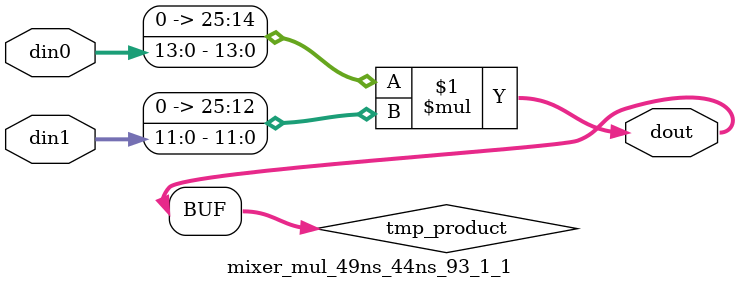
<source format=v>

`timescale 1 ns / 1 ps

 module mixer_mul_49ns_44ns_93_1_1(din0, din1, dout);
parameter ID = 1;
parameter NUM_STAGE = 0;
parameter din0_WIDTH = 14;
parameter din1_WIDTH = 12;
parameter dout_WIDTH = 26;

input [din0_WIDTH - 1 : 0] din0; 
input [din1_WIDTH - 1 : 0] din1; 
output [dout_WIDTH - 1 : 0] dout;

wire signed [dout_WIDTH - 1 : 0] tmp_product;
























assign tmp_product = $signed({1'b0, din0}) * $signed({1'b0, din1});











assign dout = tmp_product;





















endmodule

</source>
